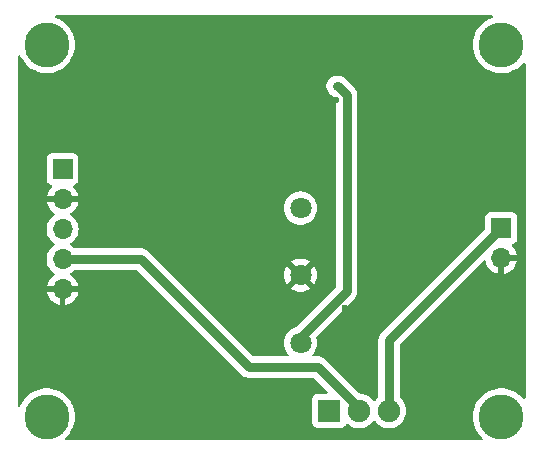
<source format=gbl>
%TF.GenerationSoftware,KiCad,Pcbnew,8.0.1*%
%TF.CreationDate,2025-03-05T11:05:37+00:00*%
%TF.ProjectId,PWM Control Circuit,50574d20-436f-46e7-9472-6f6c20436972,Version 2*%
%TF.SameCoordinates,Original*%
%TF.FileFunction,Copper,L2,Bot*%
%TF.FilePolarity,Positive*%
%FSLAX46Y46*%
G04 Gerber Fmt 4.6, Leading zero omitted, Abs format (unit mm)*
G04 Created by KiCad (PCBNEW 8.0.1) date 2025-03-05 11:05:37*
%MOMM*%
%LPD*%
G01*
G04 APERTURE LIST*
%TA.AperFunction,ComponentPad*%
%ADD10C,3.800000*%
%TD*%
%TA.AperFunction,ComponentPad*%
%ADD11C,1.800000*%
%TD*%
%TA.AperFunction,ComponentPad*%
%ADD12R,1.910000X1.910000*%
%TD*%
%TA.AperFunction,ComponentPad*%
%ADD13C,1.910000*%
%TD*%
%TA.AperFunction,ComponentPad*%
%ADD14R,1.700000X1.700000*%
%TD*%
%TA.AperFunction,ComponentPad*%
%ADD15O,1.700000X1.700000*%
%TD*%
%TA.AperFunction,ViaPad*%
%ADD16C,0.600000*%
%TD*%
%TA.AperFunction,Conductor*%
%ADD17C,0.800000*%
%TD*%
G04 APERTURE END LIST*
D10*
%TO.P,H1,1*%
%TO.N,N/C*%
X88500000Y-80500000D03*
%TD*%
D11*
%TO.P,+15V_TP1,1,1*%
%TO.N,/+15V*%
X110000000Y-94325000D03*
%TD*%
%TO.P,GND_TP1,1,1*%
%TO.N,GND*%
X110000000Y-100000000D03*
%TD*%
%TO.P,VG_TP1,1,1*%
%TO.N,/VG*%
X110000000Y-105750000D03*
%TD*%
D10*
%TO.P,H3,1*%
%TO.N,N/C*%
X88500000Y-112000000D03*
%TD*%
D12*
%TO.P,U1,1*%
%TO.N,/VG*%
X112420000Y-111500000D03*
D13*
%TO.P,U1,2*%
%TO.N,+12V*%
X114960000Y-111500000D03*
%TO.P,U1,3*%
%TO.N,/Vsource*%
X117500000Y-111500000D03*
%TD*%
D10*
%TO.P,H4,1*%
%TO.N,N/C*%
X127000000Y-112000000D03*
%TD*%
D14*
%TO.P,J2,1,Pin_1*%
%TO.N,/Vsource*%
X127000000Y-96000000D03*
D15*
%TO.P,J2,2,Pin_2*%
%TO.N,GND*%
X127000000Y-98540000D03*
%TD*%
D10*
%TO.P,H2,1*%
%TO.N,N/C*%
X127000000Y-80500000D03*
%TD*%
D14*
%TO.P,J1,1,Pin_1*%
%TO.N,/PWM input*%
X89850000Y-91030000D03*
D15*
%TO.P,J1,2,Pin_2*%
%TO.N,GND*%
X89850000Y-93570000D03*
%TO.P,J1,3,Pin_3*%
%TO.N,+24V*%
X89850000Y-96110000D03*
%TO.P,J1,4,Pin_4*%
%TO.N,+12V*%
X89850000Y-98650000D03*
%TO.P,J1,5,Pin_5*%
%TO.N,GND*%
X89850000Y-101190000D03*
%TD*%
D16*
%TO.N,/VG*%
X113097400Y-84006300D03*
%TO.N,GND*%
X93600000Y-84553200D03*
X120105700Y-100597900D03*
X125230500Y-87414800D03*
X95018800Y-95222400D03*
X93518200Y-102602300D03*
X113012900Y-85191800D03*
X111131800Y-91158600D03*
X103914600Y-102258300D03*
X113747200Y-102802500D03*
%TD*%
D17*
%TO.N,+12V*%
X114960000Y-111268300D02*
X114960000Y-111500000D01*
X111487000Y-107795300D02*
X114960000Y-111268300D01*
X105654500Y-107795300D02*
X111487000Y-107795300D01*
X96509200Y-98650000D02*
X105654500Y-107795300D01*
X89850000Y-98650000D02*
X96509200Y-98650000D01*
%TO.N,/Vsource*%
X117500000Y-105500000D02*
X117500000Y-111500000D01*
X127000000Y-96000000D02*
X117500000Y-105500000D01*
%TO.N,/VG*%
X110000000Y-105274600D02*
X110000000Y-105750000D01*
X113914600Y-101360000D02*
X110000000Y-105274600D01*
X113914600Y-84790100D02*
X113914600Y-101360000D01*
X113130800Y-84006300D02*
X113914600Y-84790100D01*
X113097400Y-84006300D02*
X113130800Y-84006300D01*
%TD*%
%TA.AperFunction,Conductor*%
%TO.N,GND*%
G36*
X126209133Y-78020185D02*
G01*
X126254888Y-78072989D01*
X126264832Y-78142147D01*
X126235807Y-78205703D01*
X126187741Y-78239792D01*
X125975904Y-78323663D01*
X125975903Y-78323664D01*
X125711205Y-78469184D01*
X125711193Y-78469191D01*
X125466846Y-78646719D01*
X125466836Y-78646727D01*
X125246652Y-78853494D01*
X125054111Y-79086236D01*
X124892268Y-79341261D01*
X124892265Y-79341267D01*
X124763661Y-79614563D01*
X124763659Y-79614568D01*
X124670320Y-79901835D01*
X124613719Y-80198546D01*
X124613718Y-80198553D01*
X124594754Y-80499994D01*
X124594754Y-80500005D01*
X124613718Y-80801446D01*
X124613719Y-80801453D01*
X124670320Y-81098164D01*
X124763659Y-81385431D01*
X124763661Y-81385436D01*
X124892265Y-81658732D01*
X124892268Y-81658738D01*
X125054111Y-81913763D01*
X125054114Y-81913767D01*
X125054115Y-81913768D01*
X125246649Y-82146502D01*
X125246652Y-82146505D01*
X125466836Y-82353272D01*
X125466846Y-82353280D01*
X125711193Y-82530808D01*
X125711198Y-82530810D01*
X125711205Y-82530816D01*
X125975896Y-82676332D01*
X125975901Y-82676334D01*
X125975903Y-82676335D01*
X125975904Y-82676336D01*
X126256734Y-82787524D01*
X126256737Y-82787525D01*
X126354259Y-82812564D01*
X126549302Y-82862642D01*
X126696039Y-82881179D01*
X126848963Y-82900499D01*
X126848969Y-82900499D01*
X126848973Y-82900500D01*
X126848975Y-82900500D01*
X127151025Y-82900500D01*
X127151027Y-82900500D01*
X127151032Y-82900499D01*
X127151036Y-82900499D01*
X127230591Y-82890448D01*
X127450698Y-82862642D01*
X127743262Y-82787525D01*
X127743265Y-82787524D01*
X128024095Y-82676336D01*
X128024096Y-82676335D01*
X128024094Y-82676335D01*
X128024104Y-82676332D01*
X128288795Y-82530816D01*
X128533162Y-82353274D01*
X128753349Y-82146504D01*
X128829956Y-82053901D01*
X128887856Y-82014794D01*
X128957707Y-82013198D01*
X129017333Y-82049619D01*
X129047803Y-82112495D01*
X129049500Y-82132942D01*
X129049500Y-110367057D01*
X129029815Y-110434096D01*
X128977011Y-110479851D01*
X128907853Y-110489795D01*
X128844297Y-110460770D01*
X128829957Y-110446098D01*
X128753352Y-110353499D01*
X128753350Y-110353497D01*
X128533163Y-110146727D01*
X128533153Y-110146719D01*
X128288806Y-109969191D01*
X128288799Y-109969186D01*
X128288795Y-109969184D01*
X128024104Y-109823668D01*
X128024101Y-109823666D01*
X128024096Y-109823664D01*
X128024095Y-109823663D01*
X127743265Y-109712475D01*
X127743262Y-109712474D01*
X127450695Y-109637357D01*
X127151036Y-109599500D01*
X127151027Y-109599500D01*
X126848973Y-109599500D01*
X126848963Y-109599500D01*
X126549304Y-109637357D01*
X126256737Y-109712474D01*
X126256734Y-109712475D01*
X125975904Y-109823663D01*
X125975903Y-109823664D01*
X125711205Y-109969184D01*
X125711193Y-109969191D01*
X125466846Y-110146719D01*
X125466836Y-110146727D01*
X125246652Y-110353494D01*
X125054111Y-110586236D01*
X124892268Y-110841261D01*
X124892265Y-110841267D01*
X124763661Y-111114563D01*
X124763659Y-111114568D01*
X124670320Y-111401835D01*
X124613719Y-111698546D01*
X124613718Y-111698553D01*
X124594754Y-111999994D01*
X124594754Y-112000005D01*
X124613718Y-112301446D01*
X124613719Y-112301453D01*
X124670320Y-112598164D01*
X124763659Y-112885431D01*
X124763661Y-112885436D01*
X124892265Y-113158732D01*
X124892268Y-113158738D01*
X125054111Y-113413763D01*
X125246652Y-113646505D01*
X125394249Y-113785108D01*
X125429644Y-113845349D01*
X125426851Y-113915163D01*
X125386757Y-113972384D01*
X125322092Y-113998845D01*
X125309365Y-113999500D01*
X90190635Y-113999500D01*
X90123596Y-113979815D01*
X90077841Y-113927011D01*
X90067897Y-113857853D01*
X90096922Y-113794297D01*
X90105751Y-113785108D01*
X90253349Y-113646504D01*
X90445885Y-113413768D01*
X90607733Y-113158736D01*
X90736341Y-112885430D01*
X90829681Y-112598160D01*
X90886280Y-112301457D01*
X90891578Y-112217249D01*
X90905246Y-112000005D01*
X90905246Y-111999994D01*
X90886281Y-111698553D01*
X90886280Y-111698546D01*
X90886280Y-111698543D01*
X90829681Y-111401840D01*
X90736341Y-111114570D01*
X90607733Y-110841264D01*
X90549500Y-110749503D01*
X90445888Y-110586236D01*
X90445885Y-110586232D01*
X90253349Y-110353496D01*
X90235779Y-110336997D01*
X90033163Y-110146727D01*
X90033153Y-110146719D01*
X89788806Y-109969191D01*
X89788799Y-109969186D01*
X89788795Y-109969184D01*
X89524104Y-109823668D01*
X89524101Y-109823666D01*
X89524096Y-109823664D01*
X89524095Y-109823663D01*
X89243265Y-109712475D01*
X89243262Y-109712474D01*
X88950695Y-109637357D01*
X88651036Y-109599500D01*
X88651027Y-109599500D01*
X88348973Y-109599500D01*
X88348963Y-109599500D01*
X88049304Y-109637357D01*
X87756737Y-109712474D01*
X87756734Y-109712475D01*
X87475904Y-109823663D01*
X87475903Y-109823664D01*
X87211205Y-109969184D01*
X87211193Y-109969191D01*
X86966846Y-110146719D01*
X86966836Y-110146727D01*
X86746652Y-110353494D01*
X86554111Y-110586236D01*
X86392268Y-110841261D01*
X86392265Y-110841267D01*
X86286698Y-111065608D01*
X86240343Y-111117886D01*
X86173083Y-111136803D01*
X86106273Y-111116354D01*
X86061124Y-111063030D01*
X86050500Y-111012811D01*
X86050500Y-98650000D01*
X88494341Y-98650000D01*
X88514936Y-98885403D01*
X88514938Y-98885413D01*
X88576094Y-99113655D01*
X88576096Y-99113659D01*
X88576097Y-99113663D01*
X88675965Y-99327830D01*
X88675967Y-99327834D01*
X88811501Y-99521395D01*
X88811506Y-99521402D01*
X88978597Y-99688493D01*
X88978603Y-99688498D01*
X89164594Y-99818730D01*
X89208219Y-99873307D01*
X89215413Y-99942805D01*
X89183890Y-100005160D01*
X89164595Y-100021880D01*
X88978922Y-100151890D01*
X88978920Y-100151891D01*
X88811891Y-100318920D01*
X88811886Y-100318926D01*
X88676400Y-100512420D01*
X88676399Y-100512422D01*
X88576570Y-100726507D01*
X88576567Y-100726513D01*
X88519364Y-100939999D01*
X88519364Y-100940000D01*
X89416988Y-100940000D01*
X89384075Y-100997007D01*
X89350000Y-101124174D01*
X89350000Y-101255826D01*
X89384075Y-101382993D01*
X89416988Y-101440000D01*
X88519364Y-101440000D01*
X88576567Y-101653486D01*
X88576570Y-101653492D01*
X88676399Y-101867578D01*
X88811894Y-102061082D01*
X88978917Y-102228105D01*
X89172421Y-102363600D01*
X89386507Y-102463429D01*
X89386516Y-102463433D01*
X89600000Y-102520634D01*
X89600000Y-101623012D01*
X89657007Y-101655925D01*
X89784174Y-101690000D01*
X89915826Y-101690000D01*
X90042993Y-101655925D01*
X90100000Y-101623012D01*
X90100000Y-102520633D01*
X90313483Y-102463433D01*
X90313492Y-102463429D01*
X90527578Y-102363600D01*
X90721082Y-102228105D01*
X90888105Y-102061082D01*
X91023600Y-101867578D01*
X91123429Y-101653492D01*
X91123432Y-101653486D01*
X91180636Y-101440000D01*
X90283012Y-101440000D01*
X90315925Y-101382993D01*
X90350000Y-101255826D01*
X90350000Y-101124174D01*
X90315925Y-100997007D01*
X90283012Y-100940000D01*
X91180636Y-100940000D01*
X91180635Y-100939999D01*
X91123432Y-100726513D01*
X91123429Y-100726507D01*
X91023600Y-100512422D01*
X91023599Y-100512420D01*
X90888113Y-100318926D01*
X90888108Y-100318920D01*
X90721078Y-100151890D01*
X90535405Y-100021879D01*
X90491780Y-99967302D01*
X90484588Y-99897804D01*
X90516110Y-99835449D01*
X90535406Y-99818730D01*
X90542977Y-99813429D01*
X90721401Y-99688495D01*
X90823077Y-99586819D01*
X90884400Y-99553334D01*
X90910758Y-99550500D01*
X96084838Y-99550500D01*
X96151877Y-99570185D01*
X96172519Y-99586819D01*
X104955036Y-108369335D01*
X105080465Y-108494764D01*
X105080466Y-108494765D01*
X105227946Y-108593309D01*
X105227959Y-108593316D01*
X105350863Y-108644223D01*
X105391834Y-108661194D01*
X105434435Y-108669668D01*
X105565805Y-108695800D01*
X105565808Y-108695800D01*
X105565809Y-108695800D01*
X111062638Y-108695800D01*
X111129677Y-108715485D01*
X111150319Y-108732119D01*
X112251019Y-109832819D01*
X112284504Y-109894142D01*
X112279520Y-109963834D01*
X112237648Y-110019767D01*
X112172184Y-110044184D01*
X112163338Y-110044500D01*
X111417129Y-110044500D01*
X111417123Y-110044501D01*
X111357516Y-110050908D01*
X111222671Y-110101202D01*
X111222664Y-110101206D01*
X111107455Y-110187452D01*
X111107452Y-110187455D01*
X111021206Y-110302664D01*
X111021202Y-110302671D01*
X110970908Y-110437517D01*
X110964501Y-110497116D01*
X110964500Y-110497135D01*
X110964500Y-112502870D01*
X110964501Y-112502876D01*
X110970908Y-112562483D01*
X111021202Y-112697328D01*
X111021206Y-112697335D01*
X111107452Y-112812544D01*
X111107455Y-112812547D01*
X111222664Y-112898793D01*
X111222671Y-112898797D01*
X111357517Y-112949091D01*
X111357516Y-112949091D01*
X111364444Y-112949835D01*
X111417127Y-112955500D01*
X113422872Y-112955499D01*
X113482483Y-112949091D01*
X113617331Y-112898796D01*
X113732546Y-112812546D01*
X113818796Y-112697331D01*
X113818798Y-112697326D01*
X113829470Y-112668714D01*
X113871341Y-112612780D01*
X113936805Y-112588362D01*
X114005078Y-112603213D01*
X114021814Y-112614193D01*
X114161180Y-112722666D01*
X114161187Y-112722670D01*
X114161189Y-112722672D01*
X114373329Y-112837476D01*
X114601471Y-112915797D01*
X114839394Y-112955500D01*
X114839395Y-112955500D01*
X115080605Y-112955500D01*
X115080606Y-112955500D01*
X115318529Y-112915797D01*
X115546671Y-112837476D01*
X115758811Y-112722672D01*
X115949162Y-112574516D01*
X116112530Y-112397050D01*
X116126191Y-112376139D01*
X116179336Y-112330784D01*
X116248567Y-112321359D01*
X116311903Y-112350860D01*
X116333807Y-112376138D01*
X116347470Y-112397050D01*
X116510838Y-112574516D01*
X116510841Y-112574518D01*
X116510844Y-112574521D01*
X116701180Y-112722666D01*
X116701187Y-112722670D01*
X116701189Y-112722672D01*
X116913329Y-112837476D01*
X117141471Y-112915797D01*
X117379394Y-112955500D01*
X117379395Y-112955500D01*
X117620605Y-112955500D01*
X117620606Y-112955500D01*
X117858529Y-112915797D01*
X118086671Y-112837476D01*
X118298811Y-112722672D01*
X118489162Y-112574516D01*
X118652530Y-112397050D01*
X118784461Y-112195115D01*
X118881355Y-111974220D01*
X118940569Y-111740388D01*
X118960488Y-111500000D01*
X118940569Y-111259612D01*
X118881355Y-111025780D01*
X118784461Y-110804885D01*
X118652530Y-110602950D01*
X118489162Y-110425484D01*
X118448337Y-110393708D01*
X118407524Y-110336997D01*
X118400500Y-110295855D01*
X118400500Y-105924361D01*
X118420185Y-105857322D01*
X118436814Y-105836685D01*
X125478221Y-98795277D01*
X125539540Y-98761795D01*
X125609232Y-98766779D01*
X125665165Y-98808651D01*
X125685673Y-98850867D01*
X125726567Y-99003485D01*
X125726570Y-99003492D01*
X125826399Y-99217578D01*
X125961894Y-99411082D01*
X126128917Y-99578105D01*
X126322421Y-99713600D01*
X126536507Y-99813429D01*
X126536516Y-99813433D01*
X126750000Y-99870634D01*
X126750000Y-98973012D01*
X126807007Y-99005925D01*
X126934174Y-99040000D01*
X127065826Y-99040000D01*
X127192993Y-99005925D01*
X127250000Y-98973012D01*
X127250000Y-99870633D01*
X127463483Y-99813433D01*
X127463492Y-99813429D01*
X127677578Y-99713600D01*
X127871082Y-99578105D01*
X128038105Y-99411082D01*
X128173600Y-99217578D01*
X128273429Y-99003492D01*
X128273432Y-99003486D01*
X128330636Y-98790000D01*
X127433012Y-98790000D01*
X127465925Y-98732993D01*
X127500000Y-98605826D01*
X127500000Y-98474174D01*
X127465925Y-98347007D01*
X127433012Y-98290000D01*
X128330636Y-98290000D01*
X128330635Y-98289999D01*
X128273432Y-98076513D01*
X128273429Y-98076507D01*
X128173600Y-97862422D01*
X128173599Y-97862420D01*
X128038113Y-97668926D01*
X128038108Y-97668920D01*
X127916053Y-97546865D01*
X127882568Y-97485542D01*
X127887552Y-97415850D01*
X127929424Y-97359917D01*
X127960400Y-97343002D01*
X128092331Y-97293796D01*
X128207546Y-97207546D01*
X128293796Y-97092331D01*
X128344091Y-96957483D01*
X128350500Y-96897873D01*
X128350499Y-95102128D01*
X128344091Y-95042517D01*
X128293796Y-94907669D01*
X128293795Y-94907668D01*
X128293793Y-94907664D01*
X128207547Y-94792455D01*
X128207544Y-94792452D01*
X128092335Y-94706206D01*
X128092328Y-94706202D01*
X127957482Y-94655908D01*
X127957483Y-94655908D01*
X127897883Y-94649501D01*
X127897881Y-94649500D01*
X127897873Y-94649500D01*
X127897864Y-94649500D01*
X126102129Y-94649500D01*
X126102123Y-94649501D01*
X126042516Y-94655908D01*
X125907671Y-94706202D01*
X125907664Y-94706206D01*
X125792455Y-94792452D01*
X125792452Y-94792455D01*
X125706206Y-94907664D01*
X125706202Y-94907671D01*
X125655908Y-95042517D01*
X125649501Y-95102116D01*
X125649501Y-95102123D01*
X125649500Y-95102135D01*
X125649500Y-96025637D01*
X125629815Y-96092676D01*
X125613181Y-96113318D01*
X116800538Y-104925960D01*
X116800537Y-104925961D01*
X116761064Y-104985039D01*
X116761063Y-104985040D01*
X116701988Y-105073449D01*
X116698798Y-105081151D01*
X116672728Y-105144092D01*
X116634105Y-105237334D01*
X116609051Y-105363292D01*
X116609051Y-105363293D01*
X116599500Y-105411307D01*
X116599500Y-110295855D01*
X116579815Y-110362894D01*
X116551663Y-110393708D01*
X116510840Y-110425482D01*
X116510838Y-110425483D01*
X116510838Y-110425484D01*
X116347470Y-110602950D01*
X116333806Y-110623863D01*
X116280661Y-110669218D01*
X116211430Y-110678641D01*
X116148094Y-110649138D01*
X116126194Y-110623864D01*
X116112530Y-110602950D01*
X115949162Y-110425484D01*
X115949157Y-110425480D01*
X115949155Y-110425478D01*
X115758819Y-110277333D01*
X115758808Y-110277326D01*
X115546677Y-110162527D01*
X115546674Y-110162525D01*
X115546671Y-110162524D01*
X115546668Y-110162523D01*
X115546666Y-110162522D01*
X115318531Y-110084203D01*
X115119006Y-110050908D01*
X115080606Y-110044500D01*
X115080605Y-110044500D01*
X115061061Y-110044500D01*
X114994022Y-110024815D01*
X114973380Y-110008181D01*
X112061035Y-107095835D01*
X112061030Y-107095831D01*
X112001961Y-107056364D01*
X112001960Y-107056363D01*
X111913544Y-106997285D01*
X111913542Y-106997284D01*
X111831607Y-106963346D01*
X111831606Y-106963346D01*
X111749666Y-106929405D01*
X111749658Y-106929403D01*
X111575696Y-106894800D01*
X111575692Y-106894800D01*
X111575691Y-106894800D01*
X111132396Y-106894800D01*
X111065357Y-106875115D01*
X111019602Y-106822311D01*
X111009658Y-106753153D01*
X111038683Y-106689597D01*
X111041166Y-106686818D01*
X111050898Y-106676245D01*
X111108979Y-106613153D01*
X111235924Y-106418849D01*
X111329157Y-106206300D01*
X111386134Y-105981305D01*
X111386135Y-105981297D01*
X111405300Y-105750006D01*
X111405300Y-105749993D01*
X111386135Y-105518702D01*
X111386131Y-105518682D01*
X111356313Y-105400935D01*
X111331347Y-105302348D01*
X111333971Y-105232529D01*
X111363869Y-105184229D01*
X114614063Y-101934036D01*
X114614064Y-101934035D01*
X114712613Y-101786547D01*
X114780494Y-101622666D01*
X114815100Y-101448691D01*
X114815100Y-84701409D01*
X114806227Y-84656800D01*
X114780495Y-84527434D01*
X114714939Y-84369171D01*
X114713295Y-84364574D01*
X114614065Y-84216066D01*
X114614064Y-84216065D01*
X114488635Y-84090636D01*
X114315603Y-83917604D01*
X113704841Y-83306840D01*
X113704840Y-83306839D01*
X113704836Y-83306836D01*
X113645759Y-83267363D01*
X113645758Y-83267361D01*
X113557344Y-83208285D01*
X113557342Y-83208284D01*
X113475407Y-83174346D01*
X113475406Y-83174346D01*
X113393466Y-83140405D01*
X113393458Y-83140403D01*
X113219496Y-83105800D01*
X113219492Y-83105800D01*
X113219491Y-83105800D01*
X113008709Y-83105800D01*
X113008706Y-83105800D01*
X112834741Y-83140403D01*
X112834732Y-83140406D01*
X112670859Y-83208283D01*
X112670846Y-83208290D01*
X112523365Y-83306835D01*
X112523361Y-83306838D01*
X112397938Y-83432261D01*
X112397935Y-83432265D01*
X112299390Y-83579746D01*
X112299383Y-83579759D01*
X112231506Y-83743632D01*
X112231503Y-83743641D01*
X112196900Y-83917604D01*
X112196900Y-84094995D01*
X112231503Y-84268958D01*
X112231506Y-84268967D01*
X112299383Y-84432840D01*
X112299390Y-84432853D01*
X112397935Y-84580334D01*
X112397938Y-84580338D01*
X112523364Y-84705764D01*
X112613866Y-84766235D01*
X112632656Y-84781656D01*
X112977781Y-85126780D01*
X113011266Y-85188103D01*
X113014100Y-85214461D01*
X113014100Y-100935638D01*
X112994415Y-101002677D01*
X112977781Y-101023319D01*
X109611925Y-104389174D01*
X109564507Y-104418774D01*
X109435504Y-104463061D01*
X109435495Y-104463064D01*
X109231371Y-104573531D01*
X109231365Y-104573535D01*
X109048222Y-104716081D01*
X109048219Y-104716084D01*
X108891016Y-104886852D01*
X108764075Y-105081151D01*
X108670842Y-105293699D01*
X108613866Y-105518691D01*
X108613864Y-105518702D01*
X108594700Y-105749993D01*
X108594700Y-105750006D01*
X108613864Y-105981297D01*
X108613866Y-105981308D01*
X108670842Y-106206300D01*
X108764075Y-106418848D01*
X108891018Y-106613150D01*
X108958834Y-106686818D01*
X108989756Y-106749472D01*
X108981896Y-106818898D01*
X108937748Y-106873054D01*
X108871331Y-106894744D01*
X108867604Y-106894800D01*
X106078861Y-106894800D01*
X106011822Y-106875115D01*
X105991180Y-106858481D01*
X99132705Y-100000005D01*
X108595202Y-100000005D01*
X108614361Y-100231218D01*
X108671317Y-100456135D01*
X108764515Y-100668606D01*
X108848812Y-100797633D01*
X109557861Y-100088584D01*
X109580667Y-100173694D01*
X109639910Y-100276306D01*
X109723694Y-100360090D01*
X109826306Y-100419333D01*
X109911414Y-100442138D01*
X109201201Y-101152351D01*
X109231649Y-101176050D01*
X109435697Y-101286476D01*
X109435706Y-101286479D01*
X109655139Y-101361811D01*
X109883993Y-101400000D01*
X110116007Y-101400000D01*
X110344860Y-101361811D01*
X110564293Y-101286479D01*
X110564301Y-101286476D01*
X110768355Y-101176047D01*
X110798797Y-101152351D01*
X110798798Y-101152350D01*
X110088585Y-100442137D01*
X110173694Y-100419333D01*
X110276306Y-100360090D01*
X110360090Y-100276306D01*
X110419333Y-100173694D01*
X110442138Y-100088585D01*
X111151186Y-100797633D01*
X111235482Y-100668611D01*
X111328682Y-100456135D01*
X111385638Y-100231218D01*
X111404798Y-100000005D01*
X111404798Y-99999994D01*
X111385638Y-99768781D01*
X111328682Y-99543864D01*
X111235484Y-99331393D01*
X111151186Y-99202365D01*
X110442137Y-99911414D01*
X110419333Y-99826306D01*
X110360090Y-99723694D01*
X110276306Y-99639910D01*
X110173694Y-99580667D01*
X110088584Y-99557861D01*
X110798797Y-98847647D01*
X110798797Y-98847645D01*
X110768360Y-98823955D01*
X110768354Y-98823951D01*
X110564302Y-98713523D01*
X110564293Y-98713520D01*
X110344860Y-98638188D01*
X110116007Y-98600000D01*
X109883993Y-98600000D01*
X109655139Y-98638188D01*
X109435706Y-98713520D01*
X109435697Y-98713523D01*
X109231650Y-98823949D01*
X109201200Y-98847647D01*
X109911415Y-99557861D01*
X109826306Y-99580667D01*
X109723694Y-99639910D01*
X109639910Y-99723694D01*
X109580667Y-99826306D01*
X109557861Y-99911415D01*
X108848811Y-99202365D01*
X108764516Y-99331390D01*
X108671317Y-99543864D01*
X108614361Y-99768781D01*
X108595202Y-99999994D01*
X108595202Y-100000005D01*
X99132705Y-100000005D01*
X97083235Y-97950535D01*
X97083230Y-97950531D01*
X97024161Y-97911064D01*
X97024160Y-97911063D01*
X96935744Y-97851985D01*
X96935742Y-97851984D01*
X96853807Y-97818046D01*
X96853806Y-97818046D01*
X96771866Y-97784105D01*
X96771858Y-97784103D01*
X96597896Y-97749500D01*
X96597892Y-97749500D01*
X96597891Y-97749500D01*
X90910758Y-97749500D01*
X90843719Y-97729815D01*
X90823077Y-97713181D01*
X90721402Y-97611506D01*
X90721396Y-97611501D01*
X90535842Y-97481575D01*
X90492217Y-97426998D01*
X90485023Y-97357500D01*
X90516546Y-97295145D01*
X90535842Y-97278425D01*
X90637066Y-97207547D01*
X90721401Y-97148495D01*
X90888495Y-96981401D01*
X91024035Y-96787830D01*
X91123903Y-96573663D01*
X91185063Y-96345408D01*
X91205659Y-96110000D01*
X91185063Y-95874592D01*
X91123903Y-95646337D01*
X91024035Y-95432171D01*
X90972740Y-95358913D01*
X90888494Y-95238597D01*
X90721402Y-95071506D01*
X90721401Y-95071505D01*
X90535405Y-94941269D01*
X90491781Y-94886692D01*
X90484588Y-94817193D01*
X90516110Y-94754839D01*
X90535405Y-94738119D01*
X90721082Y-94608105D01*
X90888105Y-94441082D01*
X90969384Y-94325006D01*
X108594700Y-94325006D01*
X108613864Y-94556297D01*
X108613866Y-94556308D01*
X108670842Y-94781300D01*
X108764075Y-94993848D01*
X108891016Y-95188147D01*
X108891019Y-95188151D01*
X108891021Y-95188153D01*
X109048216Y-95358913D01*
X109048219Y-95358915D01*
X109048222Y-95358918D01*
X109231365Y-95501464D01*
X109231371Y-95501468D01*
X109231374Y-95501470D01*
X109435497Y-95611936D01*
X109535698Y-95646335D01*
X109655015Y-95687297D01*
X109655017Y-95687297D01*
X109655019Y-95687298D01*
X109883951Y-95725500D01*
X109883952Y-95725500D01*
X110116048Y-95725500D01*
X110116049Y-95725500D01*
X110344981Y-95687298D01*
X110564503Y-95611936D01*
X110768626Y-95501470D01*
X110951784Y-95358913D01*
X111108979Y-95188153D01*
X111235924Y-94993849D01*
X111329157Y-94781300D01*
X111386134Y-94556305D01*
X111386135Y-94556297D01*
X111405300Y-94325006D01*
X111405300Y-94324993D01*
X111386135Y-94093702D01*
X111386133Y-94093691D01*
X111329157Y-93868699D01*
X111235924Y-93656151D01*
X111108983Y-93461852D01*
X111108980Y-93461849D01*
X111108979Y-93461847D01*
X110951784Y-93291087D01*
X110951779Y-93291083D01*
X110951777Y-93291081D01*
X110768634Y-93148535D01*
X110768628Y-93148531D01*
X110564504Y-93038064D01*
X110564495Y-93038061D01*
X110344984Y-92962702D01*
X110173282Y-92934050D01*
X110116049Y-92924500D01*
X109883951Y-92924500D01*
X109838164Y-92932140D01*
X109655015Y-92962702D01*
X109435504Y-93038061D01*
X109435495Y-93038064D01*
X109231371Y-93148531D01*
X109231365Y-93148535D01*
X109048222Y-93291081D01*
X109048219Y-93291084D01*
X108891016Y-93461852D01*
X108764075Y-93656151D01*
X108670842Y-93868699D01*
X108613866Y-94093691D01*
X108613864Y-94093702D01*
X108594700Y-94324993D01*
X108594700Y-94325006D01*
X90969384Y-94325006D01*
X91023600Y-94247578D01*
X91123429Y-94033492D01*
X91123432Y-94033486D01*
X91180636Y-93820000D01*
X90283012Y-93820000D01*
X90315925Y-93762993D01*
X90350000Y-93635826D01*
X90350000Y-93504174D01*
X90315925Y-93377007D01*
X90283012Y-93320000D01*
X91180636Y-93320000D01*
X91180635Y-93319999D01*
X91123432Y-93106513D01*
X91123429Y-93106507D01*
X91023600Y-92892422D01*
X91023599Y-92892420D01*
X90888113Y-92698926D01*
X90888108Y-92698920D01*
X90766053Y-92576865D01*
X90732568Y-92515542D01*
X90737552Y-92445850D01*
X90779424Y-92389917D01*
X90810400Y-92373002D01*
X90942331Y-92323796D01*
X91057546Y-92237546D01*
X91143796Y-92122331D01*
X91194091Y-91987483D01*
X91200500Y-91927873D01*
X91200499Y-90132128D01*
X91194091Y-90072517D01*
X91143796Y-89937669D01*
X91143795Y-89937668D01*
X91143793Y-89937664D01*
X91057547Y-89822455D01*
X91057544Y-89822452D01*
X90942335Y-89736206D01*
X90942328Y-89736202D01*
X90807482Y-89685908D01*
X90807483Y-89685908D01*
X90747883Y-89679501D01*
X90747881Y-89679500D01*
X90747873Y-89679500D01*
X90747864Y-89679500D01*
X88952129Y-89679500D01*
X88952123Y-89679501D01*
X88892516Y-89685908D01*
X88757671Y-89736202D01*
X88757664Y-89736206D01*
X88642455Y-89822452D01*
X88642452Y-89822455D01*
X88556206Y-89937664D01*
X88556202Y-89937671D01*
X88505908Y-90072517D01*
X88499501Y-90132116D01*
X88499501Y-90132123D01*
X88499500Y-90132135D01*
X88499500Y-91927870D01*
X88499501Y-91927876D01*
X88505908Y-91987483D01*
X88556202Y-92122328D01*
X88556206Y-92122335D01*
X88642452Y-92237544D01*
X88642455Y-92237547D01*
X88757664Y-92323793D01*
X88757671Y-92323797D01*
X88757674Y-92323798D01*
X88889598Y-92373002D01*
X88945531Y-92414873D01*
X88969949Y-92480337D01*
X88955098Y-92548610D01*
X88933947Y-92576865D01*
X88811886Y-92698926D01*
X88676400Y-92892420D01*
X88676399Y-92892422D01*
X88576570Y-93106507D01*
X88576567Y-93106513D01*
X88519364Y-93319999D01*
X88519364Y-93320000D01*
X89416988Y-93320000D01*
X89384075Y-93377007D01*
X89350000Y-93504174D01*
X89350000Y-93635826D01*
X89384075Y-93762993D01*
X89416988Y-93820000D01*
X88519364Y-93820000D01*
X88576567Y-94033486D01*
X88576570Y-94033492D01*
X88676399Y-94247578D01*
X88811894Y-94441082D01*
X88978917Y-94608105D01*
X89164595Y-94738119D01*
X89208219Y-94792696D01*
X89215412Y-94862195D01*
X89183890Y-94924549D01*
X89164595Y-94941269D01*
X88978594Y-95071508D01*
X88811505Y-95238597D01*
X88675965Y-95432169D01*
X88675964Y-95432171D01*
X88576098Y-95646335D01*
X88576094Y-95646344D01*
X88514938Y-95874586D01*
X88514936Y-95874596D01*
X88494341Y-96109999D01*
X88494341Y-96110000D01*
X88514936Y-96345403D01*
X88514938Y-96345413D01*
X88576094Y-96573655D01*
X88576096Y-96573659D01*
X88576097Y-96573663D01*
X88675965Y-96787830D01*
X88675967Y-96787834D01*
X88811501Y-96981395D01*
X88811506Y-96981402D01*
X88978597Y-97148493D01*
X88978603Y-97148498D01*
X89164158Y-97278425D01*
X89207783Y-97333002D01*
X89214977Y-97402500D01*
X89183454Y-97464855D01*
X89164158Y-97481575D01*
X88978597Y-97611505D01*
X88811505Y-97778597D01*
X88675965Y-97972169D01*
X88675964Y-97972171D01*
X88576098Y-98186335D01*
X88576094Y-98186344D01*
X88514938Y-98414586D01*
X88514936Y-98414596D01*
X88494341Y-98649999D01*
X88494341Y-98650000D01*
X86050500Y-98650000D01*
X86050500Y-81487188D01*
X86070185Y-81420149D01*
X86122989Y-81374394D01*
X86192147Y-81364450D01*
X86255703Y-81393475D01*
X86286697Y-81434388D01*
X86392267Y-81658736D01*
X86392269Y-81658739D01*
X86392270Y-81658741D01*
X86554111Y-81913763D01*
X86554114Y-81913767D01*
X86554115Y-81913768D01*
X86746649Y-82146502D01*
X86746652Y-82146505D01*
X86966836Y-82353272D01*
X86966846Y-82353280D01*
X87211193Y-82530808D01*
X87211198Y-82530810D01*
X87211205Y-82530816D01*
X87475896Y-82676332D01*
X87475901Y-82676334D01*
X87475903Y-82676335D01*
X87475904Y-82676336D01*
X87756734Y-82787524D01*
X87756737Y-82787525D01*
X87854259Y-82812564D01*
X88049302Y-82862642D01*
X88196039Y-82881179D01*
X88348963Y-82900499D01*
X88348969Y-82900499D01*
X88348973Y-82900500D01*
X88348975Y-82900500D01*
X88651025Y-82900500D01*
X88651027Y-82900500D01*
X88651032Y-82900499D01*
X88651036Y-82900499D01*
X88730591Y-82890448D01*
X88950698Y-82862642D01*
X89243262Y-82787525D01*
X89243265Y-82787524D01*
X89524095Y-82676336D01*
X89524096Y-82676335D01*
X89524094Y-82676335D01*
X89524104Y-82676332D01*
X89788795Y-82530816D01*
X90033162Y-82353274D01*
X90253349Y-82146504D01*
X90445885Y-81913768D01*
X90607733Y-81658736D01*
X90736341Y-81385430D01*
X90829681Y-81098160D01*
X90886280Y-80801457D01*
X90905246Y-80500000D01*
X90886280Y-80198543D01*
X90829681Y-79901840D01*
X90736341Y-79614570D01*
X90607733Y-79341264D01*
X90445885Y-79086232D01*
X90253349Y-78853496D01*
X90033162Y-78646726D01*
X90033159Y-78646724D01*
X90033153Y-78646719D01*
X89788806Y-78469191D01*
X89788799Y-78469186D01*
X89788795Y-78469184D01*
X89524104Y-78323668D01*
X89524101Y-78323666D01*
X89524096Y-78323664D01*
X89524095Y-78323663D01*
X89312259Y-78239792D01*
X89257173Y-78196811D01*
X89234070Y-78130872D01*
X89250283Y-78062909D01*
X89300667Y-78014502D01*
X89357906Y-78000500D01*
X126142094Y-78000500D01*
X126209133Y-78020185D01*
G37*
%TD.AperFunction*%
%TD*%
M02*

</source>
